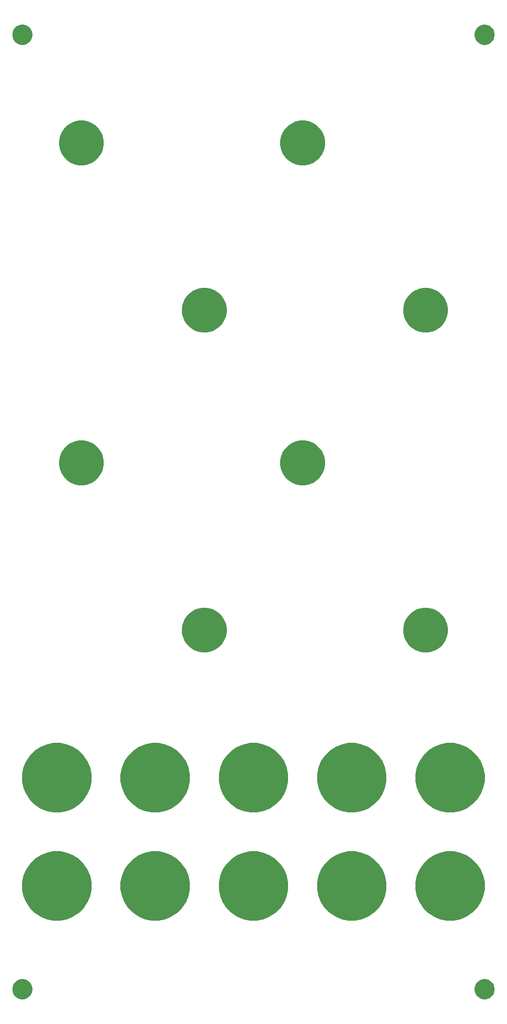
<source format=gbr>
G04 #@! TF.GenerationSoftware,KiCad,Pcbnew,5.1.5-52549c5~84~ubuntu18.04.1*
G04 #@! TF.CreationDate,2020-05-30T11:40:39-04:00*
G04 #@! TF.ProjectId,Panel,50616e65-6c2e-46b6-9963-61645f706362,rev?*
G04 #@! TF.SameCoordinates,Original*
G04 #@! TF.FileFunction,Soldermask,Bot*
G04 #@! TF.FilePolarity,Negative*
%FSLAX46Y46*%
G04 Gerber Fmt 4.6, Leading zero omitted, Abs format (unit mm)*
G04 Created by KiCad (PCBNEW 5.1.5-52549c5~84~ubuntu18.04.1) date 2020-05-30 11:40:39*
%MOMM*%
%LPD*%
G04 APERTURE LIST*
%ADD10C,0.100000*%
G04 APERTURE END LIST*
D10*
G36*
X147598254Y-185027818D02*
G01*
X147971511Y-185182426D01*
X147971513Y-185182427D01*
X148307436Y-185406884D01*
X148593116Y-185692564D01*
X148817574Y-186028489D01*
X148972182Y-186401746D01*
X149051000Y-186797993D01*
X149051000Y-187202007D01*
X148972182Y-187598254D01*
X148817574Y-187971511D01*
X148817573Y-187971513D01*
X148593116Y-188307436D01*
X148307436Y-188593116D01*
X147971513Y-188817573D01*
X147971512Y-188817574D01*
X147971511Y-188817574D01*
X147598254Y-188972182D01*
X147202007Y-189051000D01*
X146797993Y-189051000D01*
X146401746Y-188972182D01*
X146028489Y-188817574D01*
X146028488Y-188817574D01*
X146028487Y-188817573D01*
X145692564Y-188593116D01*
X145406884Y-188307436D01*
X145182427Y-187971513D01*
X145182426Y-187971511D01*
X145027818Y-187598254D01*
X144949000Y-187202007D01*
X144949000Y-186797993D01*
X145027818Y-186401746D01*
X145182426Y-186028489D01*
X145406884Y-185692564D01*
X145692564Y-185406884D01*
X146028487Y-185182427D01*
X146028489Y-185182426D01*
X146401746Y-185027818D01*
X146797993Y-184949000D01*
X147202007Y-184949000D01*
X147598254Y-185027818D01*
G37*
G36*
X53598254Y-185027818D02*
G01*
X53971511Y-185182426D01*
X53971513Y-185182427D01*
X54307436Y-185406884D01*
X54593116Y-185692564D01*
X54817574Y-186028489D01*
X54972182Y-186401746D01*
X55051000Y-186797993D01*
X55051000Y-187202007D01*
X54972182Y-187598254D01*
X54817574Y-187971511D01*
X54817573Y-187971513D01*
X54593116Y-188307436D01*
X54307436Y-188593116D01*
X53971513Y-188817573D01*
X53971512Y-188817574D01*
X53971511Y-188817574D01*
X53598254Y-188972182D01*
X53202007Y-189051000D01*
X52797993Y-189051000D01*
X52401746Y-188972182D01*
X52028489Y-188817574D01*
X52028488Y-188817574D01*
X52028487Y-188817573D01*
X51692564Y-188593116D01*
X51406884Y-188307436D01*
X51182427Y-187971513D01*
X51182426Y-187971511D01*
X51027818Y-187598254D01*
X50949000Y-187202007D01*
X50949000Y-186797993D01*
X51027818Y-186401746D01*
X51182426Y-186028489D01*
X51406884Y-185692564D01*
X51692564Y-185406884D01*
X52028487Y-185182427D01*
X52028489Y-185182426D01*
X52401746Y-185027818D01*
X52797993Y-184949000D01*
X53202007Y-184949000D01*
X53598254Y-185027818D01*
G37*
G36*
X102056700Y-159219965D02*
G01*
X103339899Y-159751484D01*
X103339901Y-159751485D01*
X104494751Y-160523130D01*
X105476870Y-161505249D01*
X106248515Y-162660099D01*
X106248516Y-162660101D01*
X106780035Y-163943300D01*
X107051000Y-165305536D01*
X107051000Y-166694464D01*
X106780035Y-168056700D01*
X106248516Y-169339899D01*
X106248515Y-169339901D01*
X105476870Y-170494751D01*
X104494751Y-171476870D01*
X103339901Y-172248515D01*
X103339900Y-172248516D01*
X103339899Y-172248516D01*
X102056700Y-172780035D01*
X100694464Y-173051000D01*
X99305536Y-173051000D01*
X97943300Y-172780035D01*
X96660101Y-172248516D01*
X96660100Y-172248516D01*
X96660099Y-172248515D01*
X95505249Y-171476870D01*
X94523130Y-170494751D01*
X93751485Y-169339901D01*
X93751484Y-169339899D01*
X93219965Y-168056700D01*
X92949000Y-166694464D01*
X92949000Y-165305536D01*
X93219965Y-163943300D01*
X93751484Y-162660101D01*
X93751485Y-162660099D01*
X94523130Y-161505249D01*
X95505249Y-160523130D01*
X96660099Y-159751485D01*
X96660101Y-159751484D01*
X97943300Y-159219965D01*
X99305536Y-158949000D01*
X100694464Y-158949000D01*
X102056700Y-159219965D01*
G37*
G36*
X62056700Y-159219965D02*
G01*
X63339899Y-159751484D01*
X63339901Y-159751485D01*
X64494751Y-160523130D01*
X65476870Y-161505249D01*
X66248515Y-162660099D01*
X66248516Y-162660101D01*
X66780035Y-163943300D01*
X67051000Y-165305536D01*
X67051000Y-166694464D01*
X66780035Y-168056700D01*
X66248516Y-169339899D01*
X66248515Y-169339901D01*
X65476870Y-170494751D01*
X64494751Y-171476870D01*
X63339901Y-172248515D01*
X63339900Y-172248516D01*
X63339899Y-172248516D01*
X62056700Y-172780035D01*
X60694464Y-173051000D01*
X59305536Y-173051000D01*
X57943300Y-172780035D01*
X56660101Y-172248516D01*
X56660100Y-172248516D01*
X56660099Y-172248515D01*
X55505249Y-171476870D01*
X54523130Y-170494751D01*
X53751485Y-169339901D01*
X53751484Y-169339899D01*
X53219965Y-168056700D01*
X52949000Y-166694464D01*
X52949000Y-165305536D01*
X53219965Y-163943300D01*
X53751484Y-162660101D01*
X53751485Y-162660099D01*
X54523130Y-161505249D01*
X55505249Y-160523130D01*
X56660099Y-159751485D01*
X56660101Y-159751484D01*
X57943300Y-159219965D01*
X59305536Y-158949000D01*
X60694464Y-158949000D01*
X62056700Y-159219965D01*
G37*
G36*
X82056700Y-159219965D02*
G01*
X83339899Y-159751484D01*
X83339901Y-159751485D01*
X84494751Y-160523130D01*
X85476870Y-161505249D01*
X86248515Y-162660099D01*
X86248516Y-162660101D01*
X86780035Y-163943300D01*
X87051000Y-165305536D01*
X87051000Y-166694464D01*
X86780035Y-168056700D01*
X86248516Y-169339899D01*
X86248515Y-169339901D01*
X85476870Y-170494751D01*
X84494751Y-171476870D01*
X83339901Y-172248515D01*
X83339900Y-172248516D01*
X83339899Y-172248516D01*
X82056700Y-172780035D01*
X80694464Y-173051000D01*
X79305536Y-173051000D01*
X77943300Y-172780035D01*
X76660101Y-172248516D01*
X76660100Y-172248516D01*
X76660099Y-172248515D01*
X75505249Y-171476870D01*
X74523130Y-170494751D01*
X73751485Y-169339901D01*
X73751484Y-169339899D01*
X73219965Y-168056700D01*
X72949000Y-166694464D01*
X72949000Y-165305536D01*
X73219965Y-163943300D01*
X73751484Y-162660101D01*
X73751485Y-162660099D01*
X74523130Y-161505249D01*
X75505249Y-160523130D01*
X76660099Y-159751485D01*
X76660101Y-159751484D01*
X77943300Y-159219965D01*
X79305536Y-158949000D01*
X80694464Y-158949000D01*
X82056700Y-159219965D01*
G37*
G36*
X122056700Y-159219965D02*
G01*
X123339899Y-159751484D01*
X123339901Y-159751485D01*
X124494751Y-160523130D01*
X125476870Y-161505249D01*
X126248515Y-162660099D01*
X126248516Y-162660101D01*
X126780035Y-163943300D01*
X127051000Y-165305536D01*
X127051000Y-166694464D01*
X126780035Y-168056700D01*
X126248516Y-169339899D01*
X126248515Y-169339901D01*
X125476870Y-170494751D01*
X124494751Y-171476870D01*
X123339901Y-172248515D01*
X123339900Y-172248516D01*
X123339899Y-172248516D01*
X122056700Y-172780035D01*
X120694464Y-173051000D01*
X119305536Y-173051000D01*
X117943300Y-172780035D01*
X116660101Y-172248516D01*
X116660100Y-172248516D01*
X116660099Y-172248515D01*
X115505249Y-171476870D01*
X114523130Y-170494751D01*
X113751485Y-169339901D01*
X113751484Y-169339899D01*
X113219965Y-168056700D01*
X112949000Y-166694464D01*
X112949000Y-165305536D01*
X113219965Y-163943300D01*
X113751484Y-162660101D01*
X113751485Y-162660099D01*
X114523130Y-161505249D01*
X115505249Y-160523130D01*
X116660099Y-159751485D01*
X116660101Y-159751484D01*
X117943300Y-159219965D01*
X119305536Y-158949000D01*
X120694464Y-158949000D01*
X122056700Y-159219965D01*
G37*
G36*
X142056700Y-159219965D02*
G01*
X143339899Y-159751484D01*
X143339901Y-159751485D01*
X144494751Y-160523130D01*
X145476870Y-161505249D01*
X146248515Y-162660099D01*
X146248516Y-162660101D01*
X146780035Y-163943300D01*
X147051000Y-165305536D01*
X147051000Y-166694464D01*
X146780035Y-168056700D01*
X146248516Y-169339899D01*
X146248515Y-169339901D01*
X145476870Y-170494751D01*
X144494751Y-171476870D01*
X143339901Y-172248515D01*
X143339900Y-172248516D01*
X143339899Y-172248516D01*
X142056700Y-172780035D01*
X140694464Y-173051000D01*
X139305536Y-173051000D01*
X137943300Y-172780035D01*
X136660101Y-172248516D01*
X136660100Y-172248516D01*
X136660099Y-172248515D01*
X135505249Y-171476870D01*
X134523130Y-170494751D01*
X133751485Y-169339901D01*
X133751484Y-169339899D01*
X133219965Y-168056700D01*
X132949000Y-166694464D01*
X132949000Y-165305536D01*
X133219965Y-163943300D01*
X133751484Y-162660101D01*
X133751485Y-162660099D01*
X134523130Y-161505249D01*
X135505249Y-160523130D01*
X136660099Y-159751485D01*
X136660101Y-159751484D01*
X137943300Y-159219965D01*
X139305536Y-158949000D01*
X140694464Y-158949000D01*
X142056700Y-159219965D01*
G37*
G36*
X142056700Y-137219965D02*
G01*
X143339899Y-137751484D01*
X143339901Y-137751485D01*
X144494751Y-138523130D01*
X145476870Y-139505249D01*
X146248515Y-140660099D01*
X146248516Y-140660101D01*
X146780035Y-141943300D01*
X147051000Y-143305536D01*
X147051000Y-144694464D01*
X146780035Y-146056700D01*
X146248516Y-147339899D01*
X146248515Y-147339901D01*
X145476870Y-148494751D01*
X144494751Y-149476870D01*
X143339901Y-150248515D01*
X143339900Y-150248516D01*
X143339899Y-150248516D01*
X142056700Y-150780035D01*
X140694464Y-151051000D01*
X139305536Y-151051000D01*
X137943300Y-150780035D01*
X136660101Y-150248516D01*
X136660100Y-150248516D01*
X136660099Y-150248515D01*
X135505249Y-149476870D01*
X134523130Y-148494751D01*
X133751485Y-147339901D01*
X133751484Y-147339899D01*
X133219965Y-146056700D01*
X132949000Y-144694464D01*
X132949000Y-143305536D01*
X133219965Y-141943300D01*
X133751484Y-140660101D01*
X133751485Y-140660099D01*
X134523130Y-139505249D01*
X135505249Y-138523130D01*
X136660099Y-137751485D01*
X136660101Y-137751484D01*
X137943300Y-137219965D01*
X139305536Y-136949000D01*
X140694464Y-136949000D01*
X142056700Y-137219965D01*
G37*
G36*
X122056700Y-137219965D02*
G01*
X123339899Y-137751484D01*
X123339901Y-137751485D01*
X124494751Y-138523130D01*
X125476870Y-139505249D01*
X126248515Y-140660099D01*
X126248516Y-140660101D01*
X126780035Y-141943300D01*
X127051000Y-143305536D01*
X127051000Y-144694464D01*
X126780035Y-146056700D01*
X126248516Y-147339899D01*
X126248515Y-147339901D01*
X125476870Y-148494751D01*
X124494751Y-149476870D01*
X123339901Y-150248515D01*
X123339900Y-150248516D01*
X123339899Y-150248516D01*
X122056700Y-150780035D01*
X120694464Y-151051000D01*
X119305536Y-151051000D01*
X117943300Y-150780035D01*
X116660101Y-150248516D01*
X116660100Y-150248516D01*
X116660099Y-150248515D01*
X115505249Y-149476870D01*
X114523130Y-148494751D01*
X113751485Y-147339901D01*
X113751484Y-147339899D01*
X113219965Y-146056700D01*
X112949000Y-144694464D01*
X112949000Y-143305536D01*
X113219965Y-141943300D01*
X113751484Y-140660101D01*
X113751485Y-140660099D01*
X114523130Y-139505249D01*
X115505249Y-138523130D01*
X116660099Y-137751485D01*
X116660101Y-137751484D01*
X117943300Y-137219965D01*
X119305536Y-136949000D01*
X120694464Y-136949000D01*
X122056700Y-137219965D01*
G37*
G36*
X102056700Y-137219965D02*
G01*
X103339899Y-137751484D01*
X103339901Y-137751485D01*
X104494751Y-138523130D01*
X105476870Y-139505249D01*
X106248515Y-140660099D01*
X106248516Y-140660101D01*
X106780035Y-141943300D01*
X107051000Y-143305536D01*
X107051000Y-144694464D01*
X106780035Y-146056700D01*
X106248516Y-147339899D01*
X106248515Y-147339901D01*
X105476870Y-148494751D01*
X104494751Y-149476870D01*
X103339901Y-150248515D01*
X103339900Y-150248516D01*
X103339899Y-150248516D01*
X102056700Y-150780035D01*
X100694464Y-151051000D01*
X99305536Y-151051000D01*
X97943300Y-150780035D01*
X96660101Y-150248516D01*
X96660100Y-150248516D01*
X96660099Y-150248515D01*
X95505249Y-149476870D01*
X94523130Y-148494751D01*
X93751485Y-147339901D01*
X93751484Y-147339899D01*
X93219965Y-146056700D01*
X92949000Y-144694464D01*
X92949000Y-143305536D01*
X93219965Y-141943300D01*
X93751484Y-140660101D01*
X93751485Y-140660099D01*
X94523130Y-139505249D01*
X95505249Y-138523130D01*
X96660099Y-137751485D01*
X96660101Y-137751484D01*
X97943300Y-137219965D01*
X99305536Y-136949000D01*
X100694464Y-136949000D01*
X102056700Y-137219965D01*
G37*
G36*
X82056700Y-137219965D02*
G01*
X83339899Y-137751484D01*
X83339901Y-137751485D01*
X84494751Y-138523130D01*
X85476870Y-139505249D01*
X86248515Y-140660099D01*
X86248516Y-140660101D01*
X86780035Y-141943300D01*
X87051000Y-143305536D01*
X87051000Y-144694464D01*
X86780035Y-146056700D01*
X86248516Y-147339899D01*
X86248515Y-147339901D01*
X85476870Y-148494751D01*
X84494751Y-149476870D01*
X83339901Y-150248515D01*
X83339900Y-150248516D01*
X83339899Y-150248516D01*
X82056700Y-150780035D01*
X80694464Y-151051000D01*
X79305536Y-151051000D01*
X77943300Y-150780035D01*
X76660101Y-150248516D01*
X76660100Y-150248516D01*
X76660099Y-150248515D01*
X75505249Y-149476870D01*
X74523130Y-148494751D01*
X73751485Y-147339901D01*
X73751484Y-147339899D01*
X73219965Y-146056700D01*
X72949000Y-144694464D01*
X72949000Y-143305536D01*
X73219965Y-141943300D01*
X73751484Y-140660101D01*
X73751485Y-140660099D01*
X74523130Y-139505249D01*
X75505249Y-138523130D01*
X76660099Y-137751485D01*
X76660101Y-137751484D01*
X77943300Y-137219965D01*
X79305536Y-136949000D01*
X80694464Y-136949000D01*
X82056700Y-137219965D01*
G37*
G36*
X62056700Y-137219965D02*
G01*
X63339899Y-137751484D01*
X63339901Y-137751485D01*
X64494751Y-138523130D01*
X65476870Y-139505249D01*
X66248515Y-140660099D01*
X66248516Y-140660101D01*
X66780035Y-141943300D01*
X67051000Y-143305536D01*
X67051000Y-144694464D01*
X66780035Y-146056700D01*
X66248516Y-147339899D01*
X66248515Y-147339901D01*
X65476870Y-148494751D01*
X64494751Y-149476870D01*
X63339901Y-150248515D01*
X63339900Y-150248516D01*
X63339899Y-150248516D01*
X62056700Y-150780035D01*
X60694464Y-151051000D01*
X59305536Y-151051000D01*
X57943300Y-150780035D01*
X56660101Y-150248516D01*
X56660100Y-150248516D01*
X56660099Y-150248515D01*
X55505249Y-149476870D01*
X54523130Y-148494751D01*
X53751485Y-147339901D01*
X53751484Y-147339899D01*
X53219965Y-146056700D01*
X52949000Y-144694464D01*
X52949000Y-143305536D01*
X53219965Y-141943300D01*
X53751484Y-140660101D01*
X53751485Y-140660099D01*
X54523130Y-139505249D01*
X55505249Y-138523130D01*
X56660099Y-137751485D01*
X56660101Y-137751484D01*
X57943300Y-137219965D01*
X59305536Y-136949000D01*
X60694464Y-136949000D01*
X62056700Y-137219965D01*
G37*
G36*
X136327477Y-109623892D02*
G01*
X136670541Y-109765994D01*
X137155707Y-109966956D01*
X137901093Y-110465008D01*
X138534992Y-111098907D01*
X139033044Y-111844293D01*
X139234006Y-112329459D01*
X139376108Y-112672523D01*
X139551000Y-113551764D01*
X139551000Y-114448236D01*
X139376108Y-115327477D01*
X139234006Y-115670541D01*
X139033044Y-116155707D01*
X138534992Y-116901093D01*
X137901093Y-117534992D01*
X137155707Y-118033044D01*
X136670541Y-118234006D01*
X136327477Y-118376108D01*
X135448236Y-118551000D01*
X134551764Y-118551000D01*
X133672523Y-118376108D01*
X133329459Y-118234006D01*
X132844293Y-118033044D01*
X132098907Y-117534992D01*
X131465008Y-116901093D01*
X130966956Y-116155707D01*
X130765994Y-115670541D01*
X130623892Y-115327477D01*
X130449000Y-114448236D01*
X130449000Y-113551764D01*
X130623892Y-112672523D01*
X130765994Y-112329459D01*
X130966956Y-111844293D01*
X131465008Y-111098907D01*
X132098907Y-110465008D01*
X132844293Y-109966956D01*
X133329459Y-109765994D01*
X133672523Y-109623892D01*
X134551764Y-109449000D01*
X135448236Y-109449000D01*
X136327477Y-109623892D01*
G37*
G36*
X91327477Y-109623892D02*
G01*
X91670541Y-109765994D01*
X92155707Y-109966956D01*
X92901093Y-110465008D01*
X93534992Y-111098907D01*
X94033044Y-111844293D01*
X94234006Y-112329459D01*
X94376108Y-112672523D01*
X94551000Y-113551764D01*
X94551000Y-114448236D01*
X94376108Y-115327477D01*
X94234006Y-115670541D01*
X94033044Y-116155707D01*
X93534992Y-116901093D01*
X92901093Y-117534992D01*
X92155707Y-118033044D01*
X91670541Y-118234006D01*
X91327477Y-118376108D01*
X90448236Y-118551000D01*
X89551764Y-118551000D01*
X88672523Y-118376108D01*
X88329459Y-118234006D01*
X87844293Y-118033044D01*
X87098907Y-117534992D01*
X86465008Y-116901093D01*
X85966956Y-116155707D01*
X85765994Y-115670541D01*
X85623892Y-115327477D01*
X85449000Y-114448236D01*
X85449000Y-113551764D01*
X85623892Y-112672523D01*
X85765994Y-112329459D01*
X85966956Y-111844293D01*
X86465008Y-111098907D01*
X87098907Y-110465008D01*
X87844293Y-109966956D01*
X88329459Y-109765994D01*
X88672523Y-109623892D01*
X89551764Y-109449000D01*
X90448236Y-109449000D01*
X91327477Y-109623892D01*
G37*
G36*
X111327477Y-75623892D02*
G01*
X111670541Y-75765994D01*
X112155707Y-75966956D01*
X112901093Y-76465008D01*
X113534992Y-77098907D01*
X114033044Y-77844293D01*
X114234006Y-78329459D01*
X114376108Y-78672523D01*
X114551000Y-79551764D01*
X114551000Y-80448236D01*
X114376108Y-81327477D01*
X114234006Y-81670541D01*
X114033044Y-82155707D01*
X113534992Y-82901093D01*
X112901093Y-83534992D01*
X112155707Y-84033044D01*
X111670541Y-84234006D01*
X111327477Y-84376108D01*
X110448236Y-84551000D01*
X109551764Y-84551000D01*
X108672523Y-84376108D01*
X108329459Y-84234006D01*
X107844293Y-84033044D01*
X107098907Y-83534992D01*
X106465008Y-82901093D01*
X105966956Y-82155707D01*
X105765994Y-81670541D01*
X105623892Y-81327477D01*
X105449000Y-80448236D01*
X105449000Y-79551764D01*
X105623892Y-78672523D01*
X105765994Y-78329459D01*
X105966956Y-77844293D01*
X106465008Y-77098907D01*
X107098907Y-76465008D01*
X107844293Y-75966956D01*
X108329459Y-75765994D01*
X108672523Y-75623892D01*
X109551764Y-75449000D01*
X110448236Y-75449000D01*
X111327477Y-75623892D01*
G37*
G36*
X66327477Y-75623892D02*
G01*
X66670541Y-75765994D01*
X67155707Y-75966956D01*
X67901093Y-76465008D01*
X68534992Y-77098907D01*
X69033044Y-77844293D01*
X69234006Y-78329459D01*
X69376108Y-78672523D01*
X69551000Y-79551764D01*
X69551000Y-80448236D01*
X69376108Y-81327477D01*
X69234006Y-81670541D01*
X69033044Y-82155707D01*
X68534992Y-82901093D01*
X67901093Y-83534992D01*
X67155707Y-84033044D01*
X66670541Y-84234006D01*
X66327477Y-84376108D01*
X65448236Y-84551000D01*
X64551764Y-84551000D01*
X63672523Y-84376108D01*
X63329459Y-84234006D01*
X62844293Y-84033044D01*
X62098907Y-83534992D01*
X61465008Y-82901093D01*
X60966956Y-82155707D01*
X60765994Y-81670541D01*
X60623892Y-81327477D01*
X60449000Y-80448236D01*
X60449000Y-79551764D01*
X60623892Y-78672523D01*
X60765994Y-78329459D01*
X60966956Y-77844293D01*
X61465008Y-77098907D01*
X62098907Y-76465008D01*
X62844293Y-75966956D01*
X63329459Y-75765994D01*
X63672523Y-75623892D01*
X64551764Y-75449000D01*
X65448236Y-75449000D01*
X66327477Y-75623892D01*
G37*
G36*
X91327477Y-44623892D02*
G01*
X91670541Y-44765994D01*
X92155707Y-44966956D01*
X92901093Y-45465008D01*
X93534992Y-46098907D01*
X94033044Y-46844293D01*
X94234006Y-47329459D01*
X94376108Y-47672523D01*
X94551000Y-48551764D01*
X94551000Y-49448236D01*
X94376108Y-50327477D01*
X94234006Y-50670541D01*
X94033044Y-51155707D01*
X93534992Y-51901093D01*
X92901093Y-52534992D01*
X92155707Y-53033044D01*
X91670541Y-53234006D01*
X91327477Y-53376108D01*
X90448236Y-53551000D01*
X89551764Y-53551000D01*
X88672523Y-53376108D01*
X88329459Y-53234006D01*
X87844293Y-53033044D01*
X87098907Y-52534992D01*
X86465008Y-51901093D01*
X85966956Y-51155707D01*
X85765994Y-50670541D01*
X85623892Y-50327477D01*
X85449000Y-49448236D01*
X85449000Y-48551764D01*
X85623892Y-47672523D01*
X85765994Y-47329459D01*
X85966956Y-46844293D01*
X86465008Y-46098907D01*
X87098907Y-45465008D01*
X87844293Y-44966956D01*
X88329459Y-44765994D01*
X88672523Y-44623892D01*
X89551764Y-44449000D01*
X90448236Y-44449000D01*
X91327477Y-44623892D01*
G37*
G36*
X136327477Y-44623892D02*
G01*
X136670541Y-44765994D01*
X137155707Y-44966956D01*
X137901093Y-45465008D01*
X138534992Y-46098907D01*
X139033044Y-46844293D01*
X139234006Y-47329459D01*
X139376108Y-47672523D01*
X139551000Y-48551764D01*
X139551000Y-49448236D01*
X139376108Y-50327477D01*
X139234006Y-50670541D01*
X139033044Y-51155707D01*
X138534992Y-51901093D01*
X137901093Y-52534992D01*
X137155707Y-53033044D01*
X136670541Y-53234006D01*
X136327477Y-53376108D01*
X135448236Y-53551000D01*
X134551764Y-53551000D01*
X133672523Y-53376108D01*
X133329459Y-53234006D01*
X132844293Y-53033044D01*
X132098907Y-52534992D01*
X131465008Y-51901093D01*
X130966956Y-51155707D01*
X130765994Y-50670541D01*
X130623892Y-50327477D01*
X130449000Y-49448236D01*
X130449000Y-48551764D01*
X130623892Y-47672523D01*
X130765994Y-47329459D01*
X130966956Y-46844293D01*
X131465008Y-46098907D01*
X132098907Y-45465008D01*
X132844293Y-44966956D01*
X133329459Y-44765994D01*
X133672523Y-44623892D01*
X134551764Y-44449000D01*
X135448236Y-44449000D01*
X136327477Y-44623892D01*
G37*
G36*
X66327477Y-10623892D02*
G01*
X66670541Y-10765994D01*
X67155707Y-10966956D01*
X67901093Y-11465008D01*
X68534992Y-12098907D01*
X69033044Y-12844293D01*
X69234006Y-13329459D01*
X69376108Y-13672523D01*
X69551000Y-14551764D01*
X69551000Y-15448236D01*
X69376108Y-16327477D01*
X69234006Y-16670541D01*
X69033044Y-17155707D01*
X68534992Y-17901093D01*
X67901093Y-18534992D01*
X67155707Y-19033044D01*
X66670541Y-19234006D01*
X66327477Y-19376108D01*
X65448236Y-19551000D01*
X64551764Y-19551000D01*
X63672523Y-19376108D01*
X63329459Y-19234006D01*
X62844293Y-19033044D01*
X62098907Y-18534992D01*
X61465008Y-17901093D01*
X60966956Y-17155707D01*
X60765994Y-16670541D01*
X60623892Y-16327477D01*
X60449000Y-15448236D01*
X60449000Y-14551764D01*
X60623892Y-13672523D01*
X60765994Y-13329459D01*
X60966956Y-12844293D01*
X61465008Y-12098907D01*
X62098907Y-11465008D01*
X62844293Y-10966956D01*
X63329459Y-10765994D01*
X63672523Y-10623892D01*
X64551764Y-10449000D01*
X65448236Y-10449000D01*
X66327477Y-10623892D01*
G37*
G36*
X111327477Y-10623892D02*
G01*
X111670541Y-10765994D01*
X112155707Y-10966956D01*
X112901093Y-11465008D01*
X113534992Y-12098907D01*
X114033044Y-12844293D01*
X114234006Y-13329459D01*
X114376108Y-13672523D01*
X114551000Y-14551764D01*
X114551000Y-15448236D01*
X114376108Y-16327477D01*
X114234006Y-16670541D01*
X114033044Y-17155707D01*
X113534992Y-17901093D01*
X112901093Y-18534992D01*
X112155707Y-19033044D01*
X111670541Y-19234006D01*
X111327477Y-19376108D01*
X110448236Y-19551000D01*
X109551764Y-19551000D01*
X108672523Y-19376108D01*
X108329459Y-19234006D01*
X107844293Y-19033044D01*
X107098907Y-18534992D01*
X106465008Y-17901093D01*
X105966956Y-17155707D01*
X105765994Y-16670541D01*
X105623892Y-16327477D01*
X105449000Y-15448236D01*
X105449000Y-14551764D01*
X105623892Y-13672523D01*
X105765994Y-13329459D01*
X105966956Y-12844293D01*
X106465008Y-12098907D01*
X107098907Y-11465008D01*
X107844293Y-10966956D01*
X108329459Y-10765994D01*
X108672523Y-10623892D01*
X109551764Y-10449000D01*
X110448236Y-10449000D01*
X111327477Y-10623892D01*
G37*
G36*
X53598254Y8972182D02*
G01*
X53971511Y8817574D01*
X53971513Y8817573D01*
X54307436Y8593116D01*
X54593116Y8307436D01*
X54817574Y7971511D01*
X54972182Y7598254D01*
X55051000Y7202007D01*
X55051000Y6797993D01*
X54972182Y6401746D01*
X54817574Y6028489D01*
X54817573Y6028487D01*
X54593116Y5692564D01*
X54307436Y5406884D01*
X53971513Y5182427D01*
X53971512Y5182426D01*
X53971511Y5182426D01*
X53598254Y5027818D01*
X53202007Y4949000D01*
X52797993Y4949000D01*
X52401746Y5027818D01*
X52028489Y5182426D01*
X52028488Y5182426D01*
X52028487Y5182427D01*
X51692564Y5406884D01*
X51406884Y5692564D01*
X51182427Y6028487D01*
X51182426Y6028489D01*
X51027818Y6401746D01*
X50949000Y6797993D01*
X50949000Y7202007D01*
X51027818Y7598254D01*
X51182426Y7971511D01*
X51406884Y8307436D01*
X51692564Y8593116D01*
X52028487Y8817573D01*
X52028489Y8817574D01*
X52401746Y8972182D01*
X52797993Y9051000D01*
X53202007Y9051000D01*
X53598254Y8972182D01*
G37*
G36*
X147598254Y8972182D02*
G01*
X147971511Y8817574D01*
X147971513Y8817573D01*
X148307436Y8593116D01*
X148593116Y8307436D01*
X148817574Y7971511D01*
X148972182Y7598254D01*
X149051000Y7202007D01*
X149051000Y6797993D01*
X148972182Y6401746D01*
X148817574Y6028489D01*
X148817573Y6028487D01*
X148593116Y5692564D01*
X148307436Y5406884D01*
X147971513Y5182427D01*
X147971512Y5182426D01*
X147971511Y5182426D01*
X147598254Y5027818D01*
X147202007Y4949000D01*
X146797993Y4949000D01*
X146401746Y5027818D01*
X146028489Y5182426D01*
X146028488Y5182426D01*
X146028487Y5182427D01*
X145692564Y5406884D01*
X145406884Y5692564D01*
X145182427Y6028487D01*
X145182426Y6028489D01*
X145027818Y6401746D01*
X144949000Y6797993D01*
X144949000Y7202007D01*
X145027818Y7598254D01*
X145182426Y7971511D01*
X145406884Y8307436D01*
X145692564Y8593116D01*
X146028487Y8817573D01*
X146028489Y8817574D01*
X146401746Y8972182D01*
X146797993Y9051000D01*
X147202007Y9051000D01*
X147598254Y8972182D01*
G37*
M02*

</source>
